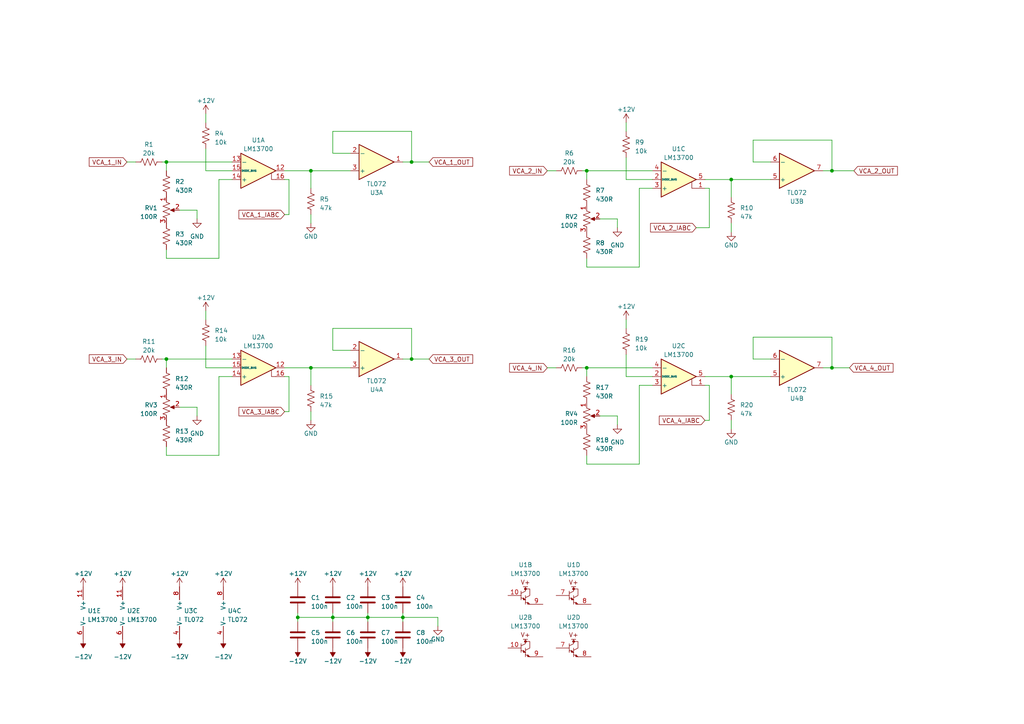
<source format=kicad_sch>
(kicad_sch (version 20230121) (generator eeschema)
  (paper "A4")
  (lib_symbols
    (symbol "Amplifier_Operational:LM13700" (pin_names (offset 0.127))
      (property "Reference" "U" (at 3.81 5.08 0))
      (property "Value" "LM13700" (at 5.08 -5.08 0))
      (symbol "LM13700_1_1"
        (polyline (pts (xy 3.81 -0.635) (xy 3.81 -2.54) (xy 5.08 -2.54)))
        (polyline (pts (xy 5.08 0) (xy -5.08 -5.08) (xy -5.08 5.08) (xy 5.08 0)) (stroke (width 0.254)) (fill (type background)))
        (pin output line (at 7.62 0 180) (length 2.54) (name "~") (number "12"))
        (pin input line (at -7.62 2.54 0) (length 2.54) (name "-") (number "13"))
        (pin input line (at -7.62 -2.54 0) (length 2.54) (name "+") (number "14"))
        (pin input line (at -7.62 0 0) (length 2.54) (name "DIODE_BIAS") (number "15"))
        (pin input line (at 7.62 -2.54 180) (length 2.54) (name "~") (number "16"))
      )
      (symbol "LM13700_2_0"
        (polyline (pts (xy -1.905 2.54) (xy -3.175 2.54)))
      )
      (symbol "LM13700_2_1"
        (circle (center -2.54 1.905) (radius 0.254) (stroke (width 0.254)) (fill (type outline)))
        (polyline (pts (xy -3.81 -0.635) (xy -2.54 -1.27)))
        (polyline (pts (xy -3.81 1.27) (xy -3.81 -1.27)))
        (polyline (pts (xy -2.54 -1.905) (xy -1.27 -2.54)))
        (polyline (pts (xy -2.54 0) (xy -2.54 -2.54)))
        (polyline (pts (xy -3.81 0.635) (xy -2.54 1.27) (xy -2.54 1.905) (xy -2.54 2.54)))
        (polyline (pts (xy -2.54 -1.27) (xy -3.175 -0.635) (xy -3.175 -1.27) (xy -2.54 -1.27)) (fill (type outline)))
        (polyline (pts (xy -2.54 -0.635) (xy -1.27 0) (xy -1.27 1.905) (xy -2.54 1.905)))
        (polyline (pts (xy -1.27 -2.54) (xy -1.905 -1.905) (xy -1.905 -2.54) (xy -1.27 -2.54)) (fill (type outline)))
        (text "V+" (at -2.54 3.81 0) (effects (font (size 1.27 1.27))))
        (pin input line (at -7.62 0 0) (length 3.81) (name "~") (number "10"))
        (pin output line (at 2.54 -2.54 180) (length 3.81) (name "~") (number "9"))
      )
      (symbol "LM13700_3_1"
        (polyline (pts (xy 3.81 -0.635) (xy 3.81 -2.54) (xy 5.08 -2.54)))
        (polyline (pts (xy 5.08 0) (xy -5.08 -5.08) (xy -5.08 5.08) (xy 5.08 0)) (stroke (width 0.254)) (fill (type background)))
        (pin input line (at 7.62 -2.54 180) (length 2.54) (name "~") (number "1"))
        (pin input line (at -7.62 0 0) (length 2.54) (name "DIODE_BIAS") (number "2"))
        (pin input line (at -7.62 -2.54 0) (length 2.54) (name "+") (number "3"))
        (pin input line (at -7.62 2.54 0) (length 2.54) (name "-") (number "4"))
        (pin output line (at 7.62 0 180) (length 2.54) (name "~") (number "5"))
      )
      (symbol "LM13700_4_0"
        (polyline (pts (xy -3.175 2.54) (xy -1.905 2.54)))
        (text "V+" (at -2.54 3.81 0) (effects (font (size 1.27 1.27))))
      )
      (symbol "LM13700_4_1"
        (circle (center -2.54 1.905) (radius 0.254) (stroke (width 0.254)) (fill (type outline)))
        (polyline (pts (xy -3.81 -0.635) (xy -2.54 -1.27)))
        (polyline (pts (xy -3.81 1.27) (xy -3.81 -1.27)))
        (polyline (pts (xy -2.54 -1.905) (xy -1.27 -2.54)))
        (polyline (pts (xy -2.54 0) (xy -2.54 -2.54)))
        (polyline (pts (xy -3.81 0.635) (xy -2.54 1.27) (xy -2.54 2.54)))
        (polyline (pts (xy -2.54 -1.27) (xy -3.175 -0.635) (xy -3.175 -1.27) (xy -2.54 -1.27)) (fill (type outline)))
        (polyline (pts (xy -2.54 -0.635) (xy -1.27 0) (xy -1.27 1.905) (xy -2.54 1.905)))
        (polyline (pts (xy -1.27 -2.54) (xy -1.905 -1.905) (xy -1.905 -2.54) (xy -1.27 -2.54)) (fill (type outline)))
        (pin input line (at -7.62 0 0) (length 3.81) (name "~") (number "7"))
        (pin output line (at 2.54 -2.54 180) (length 3.81) (name "~") (number "8"))
      )
      (symbol "LM13700_5_1"
        (pin power_in line (at -2.54 7.62 270) (length 3.81) (name "V+") (number "11"))
        (pin power_in line (at -2.54 -7.62 90) (length 3.81) (name "V-") (number "6"))
      )
    )
    (symbol "Amplifier_Operational:TL072" (pin_names (offset 0.127))
      (property "Reference" "U" (at 0 5.08 0))
      (property "Value" "TL072" (at 0 -5.08 0))
      (symbol "TL072_1_1"
        (polyline (pts (xy -5.08 5.08) (xy 5.08 0) (xy -5.08 -5.08) (xy -5.08 5.08)) (stroke (width 0.254)) (fill (type background)))
        (pin output line (at 7.62 0 180) (length 2.54) (name "~") (number "1"))
        (pin input line (at -7.62 -2.54 0) (length 2.54) (name "-") (number "2"))
        (pin input line (at -7.62 2.54 0) (length 2.54) (name "+") (number "3"))
      )
      (symbol "TL072_2_1"
        (polyline (pts (xy -5.08 5.08) (xy 5.08 0) (xy -5.08 -5.08) (xy -5.08 5.08)) (stroke (width 0.254)) (fill (type background)))
        (pin input line (at -7.62 2.54 0) (length 2.54) (name "+") (number "5"))
        (pin input line (at -7.62 -2.54 0) (length 2.54) (name "-") (number "6"))
        (pin output line (at 7.62 0 180) (length 2.54) (name "~") (number "7"))
      )
      (symbol "TL072_3_1"
        (pin power_in line (at -2.54 -7.62 90) (length 3.81) (name "V-") (number "4"))
        (pin power_in line (at -2.54 7.62 270) (length 3.81) (name "V+") (number "8"))
      )
    )
    (symbol "Device:C" (pin_numbers hide) (pin_names (offset 0.254))
      (property "Reference" "C" (at 0.635 2.54 0))
      (property "Value" "C" (at 0.635 -2.54 0))
      (symbol "C_0_1"
        (polyline (pts (xy -2.032 -0.762) (xy 2.032 -0.762)) (stroke (width 0.508)))
        (polyline (pts (xy -2.032 0.762) (xy 2.032 0.762)) (stroke (width 0.508)))
      )
      (symbol "C_1_1"
        (pin passive line (at 0 3.81 270) (length 2.794) (name "~") (number "1"))
        (pin passive line (at 0 -3.81 90) (length 2.794) (name "~") (number "2"))
      )
    )
    (symbol "Device:R_Potentiometer_US" (pin_names (offset 1.016) hide)
      (property "Reference" "RV" (at -4.445 0 90))
      (property "Value" "R_Potentiometer_US" (at -2.54 0 90))
      (symbol "R_Potentiometer_US_0_1"
        (polyline (pts (xy 0 -2.286) (xy 0 -2.54)))
        (polyline (pts (xy 0 2.54) (xy 0 2.286)))
        (polyline (pts (xy 2.54 0) (xy 1.524 0)))
        (polyline (pts (xy 1.143 0) (xy 2.286 0.508) (xy 2.286 -0.508) (xy 1.143 0)) (fill (type outline)))
        (polyline (pts (xy 0 -0.762) (xy 1.016 -1.143) (xy 0 -1.524) (xy -1.016 -1.905) (xy 0 -2.286)))
        (polyline (pts (xy 0 0.762) (xy 1.016 0.381) (xy 0 0) (xy -1.016 -0.381) (xy 0 -0.762)))
        (polyline (pts (xy 0 2.286) (xy 1.016 1.905) (xy 0 1.524) (xy -1.016 1.143) (xy 0 0.762)))
      )
      (symbol "R_Potentiometer_US_1_1"
        (pin passive line (at 0 3.81 270) (length 1.27) (name "1") (number "1"))
        (pin passive line (at 3.81 0 180) (length 1.27) (name "2") (number "2"))
        (pin passive line (at 0 -3.81 90) (length 1.27) (name "3") (number "3"))
      )
    )
    (symbol "Device:R_US" (pin_numbers hide) (pin_names (offset 0))
      (property "Reference" "R" (at 2.54 0 90))
      (property "Value" "R_US" (at -2.54 0 90))
      (symbol "R_US_0_1"
        (polyline (pts (xy 0 -2.286) (xy 0 -2.54)))
        (polyline (pts (xy 0 2.286) (xy 0 2.54)))
        (polyline (pts (xy 0 -0.762) (xy 1.016 -1.143) (xy 0 -1.524) (xy -1.016 -1.905) (xy 0 -2.286)))
        (polyline (pts (xy 0 0.762) (xy 1.016 0.381) (xy 0 0) (xy -1.016 -0.381) (xy 0 -0.762)))
        (polyline (pts (xy 0 2.286) (xy 1.016 1.905) (xy 0 1.524) (xy -1.016 1.143) (xy 0 0.762)))
      )
      (symbol "R_US_1_1"
        (pin passive line (at 0 3.81 270) (length 1.27) (name "~") (number "1"))
        (pin passive line (at 0 -3.81 90) (length 1.27) (name "~") (number "2"))
      )
    )
    (symbol "power:+12V" (power) (pin_names (offset 0))
      (property "Value" "+12V" (at 0 3.556 0))
      (symbol "+12V_0_1"
        (polyline (pts (xy -0.762 1.27) (xy 0 2.54)))
        (polyline (pts (xy 0 0) (xy 0 2.54)))
        (polyline (pts (xy 0 2.54) (xy 0.762 1.27)))
      )
      (symbol "+12V_1_1"
        (pin power_in line (at 0 0 90) (length 0) hide (name "+12V") (number "1"))
      )
    )
    (symbol "power:-12V" (power) (pin_names (offset 0))
      (property "Value" "-12V" (at 0 3.81 0))
      (symbol "-12V_0_0"
        (pin power_in line (at 0 0 90) (length 0) hide (name "-12V") (number "1"))
      )
      (symbol "-12V_0_1"
        (polyline (pts (xy 0 0) (xy 0 1.27) (xy 0.762 1.27) (xy 0 2.54) (xy -0.762 1.27) (xy 0 1.27)) (fill (type outline)))
      )
    )
    (symbol "power:GND" (power) (pin_names (offset 0))
      (property "Value" "GND" (at 0 -3.81 0))
      (symbol "GND_0_1"
        (polyline (pts (xy 0 0) (xy 0 -1.27) (xy 1.27 -1.27) (xy 0 -2.54) (xy -1.27 -1.27) (xy 0 -1.27)))
      )
      (symbol "GND_1_1"
        (pin power_in line (at 0 0 270) (length 0) hide (name "GND") (number "1"))
      )
    )
  )
  (junction (at 48.26 104.14))
  (junction (at 96.52 179.07))
  (junction (at 119.38 104.14))
  (junction (at 90.17 49.53))
  (junction (at 212.09 109.22))
  (junction (at 241.3 106.68))
  (junction (at 116.84 179.07))
  (junction (at 86.36 179.07))
  (junction (at 241.3 49.53))
  (junction (at 119.38 46.99))
  (junction (at 170.18 49.53))
  (junction (at 212.09 52.07))
  (junction (at 106.68 179.07))
  (junction (at 90.17 106.68))
  (junction (at 170.18 106.68))
  (junction (at 48.26 46.99))
  (wire (pts (xy 218.44 97.79) (xy 241.3 97.79)))
  (wire (pts (xy 158.75 49.53) (xy 161.29 49.53)))
  (wire (pts (xy 48.26 132.08) (xy 63.5 132.08)))
  (wire (pts (xy 168.91 106.68) (xy 170.18 106.68)))
  (wire (pts (xy 48.26 129.54) (xy 48.26 132.08)))
  (wire (pts (xy 96.52 101.6) (xy 96.52 95.25)))
  (wire (pts (xy 83.82 62.23) (xy 82.55 62.23)))
  (wire (pts (xy 158.75 106.68) (xy 161.29 106.68)))
  (wire (pts (xy 63.5 74.93) (xy 63.5 52.07)))
  (wire (pts (xy 170.18 134.62) (xy 185.42 134.62)))
  (wire (pts (xy 218.44 40.64) (xy 241.3 40.64)))
  (wire (pts (xy 181.61 45.72) (xy 181.61 52.07)))
  (wire (pts (xy 48.26 46.99) (xy 67.31 46.99)))
  (wire (pts (xy 170.18 49.53) (xy 170.18 52.07)))
  (wire (pts (xy 212.09 114.3) (xy 212.09 109.22)))
  (wire (pts (xy 205.74 121.92) (xy 204.47 121.92)))
  (wire (pts (xy 90.17 49.53) (xy 101.6 49.53)))
  (wire (pts (xy 223.52 46.99) (xy 218.44 46.99)))
  (wire (pts (xy 83.82 52.07) (xy 82.55 52.07)))
  (wire (pts (xy 212.09 52.07) (xy 223.52 52.07)))
  (wire (pts (xy 116.84 177.8) (xy 116.84 179.07)))
  (wire (pts (xy 179.07 63.5) (xy 179.07 66.04)))
  (wire (pts (xy 212.09 109.22) (xy 204.47 109.22)))
  (wire (pts (xy 106.68 179.07) (xy 106.68 180.34)))
  (wire (pts (xy 96.52 179.07) (xy 96.52 180.34)))
  (wire (pts (xy 90.17 106.68) (xy 101.6 106.68)))
  (wire (pts (xy 173.99 120.65) (xy 179.07 120.65)))
  (wire (pts (xy 96.52 95.25) (xy 119.38 95.25)))
  (wire (pts (xy 59.69 100.33) (xy 59.69 106.68)))
  (wire (pts (xy 212.09 52.07) (xy 204.47 52.07)))
  (wire (pts (xy 212.09 64.77) (xy 212.09 67.31)))
  (wire (pts (xy 48.26 46.99) (xy 48.26 49.53)))
  (wire (pts (xy 36.83 104.14) (xy 39.37 104.14)))
  (wire (pts (xy 106.68 179.07) (xy 116.84 179.07)))
  (wire (pts (xy 63.5 132.08) (xy 63.5 109.22)))
  (wire (pts (xy 63.5 109.22) (xy 67.31 109.22)))
  (wire (pts (xy 205.74 66.04) (xy 205.74 54.61)))
  (wire (pts (xy 48.26 72.39) (xy 48.26 74.93)))
  (wire (pts (xy 185.42 77.47) (xy 185.42 54.61)))
  (wire (pts (xy 48.26 74.93) (xy 63.5 74.93)))
  (wire (pts (xy 170.18 106.68) (xy 189.23 106.68)))
  (wire (pts (xy 127 179.07) (xy 127 181.61)))
  (wire (pts (xy 90.17 49.53) (xy 82.55 49.53)))
  (wire (pts (xy 59.69 49.53) (xy 67.31 49.53)))
  (wire (pts (xy 83.82 119.38) (xy 82.55 119.38)))
  (wire (pts (xy 57.15 118.11) (xy 57.15 120.65)))
  (wire (pts (xy 86.36 179.07) (xy 96.52 179.07)))
  (wire (pts (xy 241.3 49.53) (xy 238.76 49.53)))
  (wire (pts (xy 90.17 111.76) (xy 90.17 106.68)))
  (wire (pts (xy 90.17 106.68) (xy 82.55 106.68)))
  (wire (pts (xy 59.69 106.68) (xy 67.31 106.68)))
  (wire (pts (xy 46.99 46.99) (xy 48.26 46.99)))
  (wire (pts (xy 170.18 49.53) (xy 189.23 49.53)))
  (wire (pts (xy 106.68 177.8) (xy 106.68 179.07)))
  (wire (pts (xy 241.3 106.68) (xy 246.38 106.68)))
  (wire (pts (xy 205.74 111.76) (xy 204.47 111.76)))
  (wire (pts (xy 90.17 54.61) (xy 90.17 49.53)))
  (wire (pts (xy 46.99 104.14) (xy 48.26 104.14)))
  (wire (pts (xy 52.07 118.11) (xy 57.15 118.11)))
  (wire (pts (xy 185.42 111.76) (xy 189.23 111.76)))
  (wire (pts (xy 96.52 179.07) (xy 106.68 179.07)))
  (wire (pts (xy 63.5 52.07) (xy 67.31 52.07)))
  (wire (pts (xy 119.38 104.14) (xy 116.84 104.14)))
  (wire (pts (xy 96.52 38.1) (xy 119.38 38.1)))
  (wire (pts (xy 241.3 40.64) (xy 241.3 49.53)))
  (wire (pts (xy 173.99 63.5) (xy 179.07 63.5)))
  (wire (pts (xy 205.74 54.61) (xy 204.47 54.61)))
  (wire (pts (xy 59.69 33.02) (xy 59.69 35.56)))
  (wire (pts (xy 170.18 132.08) (xy 170.18 134.62)))
  (wire (pts (xy 205.74 111.76) (xy 205.74 121.92)))
  (wire (pts (xy 59.69 43.18) (xy 59.69 49.53)))
  (wire (pts (xy 170.18 106.68) (xy 170.18 109.22)))
  (wire (pts (xy 90.17 62.23) (xy 90.17 64.77)))
  (wire (pts (xy 201.93 66.04) (xy 205.74 66.04)))
  (wire (pts (xy 212.09 57.15) (xy 212.09 52.07)))
  (wire (pts (xy 212.09 109.22) (xy 223.52 109.22)))
  (wire (pts (xy 86.36 179.07) (xy 86.36 180.34)))
  (wire (pts (xy 119.38 46.99) (xy 116.84 46.99)))
  (wire (pts (xy 179.07 120.65) (xy 179.07 123.19)))
  (wire (pts (xy 170.18 74.93) (xy 170.18 77.47)))
  (wire (pts (xy 52.07 60.96) (xy 57.15 60.96)))
  (wire (pts (xy 119.38 104.14) (xy 124.46 104.14)))
  (wire (pts (xy 212.09 121.92) (xy 212.09 124.46)))
  (wire (pts (xy 119.38 46.99) (xy 124.46 46.99)))
  (wire (pts (xy 119.38 95.25) (xy 119.38 104.14)))
  (wire (pts (xy 90.17 119.38) (xy 90.17 121.92)))
  (wire (pts (xy 170.18 77.47) (xy 185.42 77.47)))
  (wire (pts (xy 168.91 49.53) (xy 170.18 49.53)))
  (wire (pts (xy 116.84 179.07) (xy 116.84 180.34)))
  (wire (pts (xy 181.61 35.56) (xy 181.61 38.1)))
  (wire (pts (xy 96.52 44.45) (xy 96.52 38.1)))
  (wire (pts (xy 241.3 49.53) (xy 247.65 49.53)))
  (wire (pts (xy 101.6 44.45) (xy 96.52 44.45)))
  (wire (pts (xy 119.38 38.1) (xy 119.38 46.99)))
  (wire (pts (xy 241.3 97.79) (xy 241.3 106.68)))
  (wire (pts (xy 181.61 102.87) (xy 181.61 109.22)))
  (wire (pts (xy 83.82 109.22) (xy 83.82 119.38)))
  (wire (pts (xy 185.42 54.61) (xy 189.23 54.61)))
  (wire (pts (xy 218.44 104.14) (xy 218.44 97.79)))
  (wire (pts (xy 181.61 92.71) (xy 181.61 95.25)))
  (wire (pts (xy 116.84 179.07) (xy 127 179.07)))
  (wire (pts (xy 241.3 106.68) (xy 238.76 106.68)))
  (wire (pts (xy 83.82 52.07) (xy 83.82 62.23)))
  (wire (pts (xy 181.61 52.07) (xy 189.23 52.07)))
  (wire (pts (xy 36.83 46.99) (xy 39.37 46.99)))
  (wire (pts (xy 96.52 177.8) (xy 96.52 179.07)))
  (wire (pts (xy 57.15 60.96) (xy 57.15 63.5)))
  (wire (pts (xy 48.26 104.14) (xy 48.26 106.68)))
  (wire (pts (xy 86.36 177.8) (xy 86.36 179.07)))
  (wire (pts (xy 181.61 109.22) (xy 189.23 109.22)))
  (wire (pts (xy 101.6 101.6) (xy 96.52 101.6)))
  (wire (pts (xy 48.26 104.14) (xy 67.31 104.14)))
  (wire (pts (xy 185.42 134.62) (xy 185.42 111.76)))
  (wire (pts (xy 59.69 90.17) (xy 59.69 92.71)))
  (wire (pts (xy 83.82 109.22) (xy 82.55 109.22)))
  (wire (pts (xy 218.44 46.99) (xy 218.44 40.64)))
  (wire (pts (xy 218.44 104.14) (xy 223.52 104.14)))
  (global_label "VCA_2_OUT" (shape input) (at 247.65 49.53 0) (property "Intersheetrefs" "${INTERSHEET_REFS}" (effects hide)))
  (global_label "VCA_1_OUT" (shape input) (at 124.46 46.99 0) (property "Intersheetrefs" "${INTERSHEET_REFS}" (effects hide)))
  (global_label "VCA_3_OUT" (shape input) (at 124.46 104.14 0) (property "Intersheetrefs" "${INTERSHEET_REFS}" (effects hide)))
  (global_label "VCA_4_IABC" (shape input) (at 204.47 121.92 180) (property "Intersheetrefs" "${INTERSHEET_REFS}" (effects hide)))
  (global_label "VCA_1_IN" (shape input) (at 36.83 46.99 180) (property "Intersheetrefs" "${INTERSHEET_REFS}" (effects hide)))
  (global_label "VCA_4_IN" (shape input) (at 158.75 106.68 180) (property "Intersheetrefs" "${INTERSHEET_REFS}" (effects hide)))
  (global_label "VCA_4_OUT" (shape input) (at 246.38 106.68 0) (property "Intersheetrefs" "${INTERSHEET_REFS}" (effects hide)))
  (global_label "VCA_3_IABC" (shape input) (at 82.55 119.38 180) (property "Intersheetrefs" "${INTERSHEET_REFS}" (effects hide)))
  (global_label "VCA_3_IN" (shape input) (at 36.83 104.14 180) (property "Intersheetrefs" "${INTERSHEET_REFS}" (effects hide)))
  (global_label "VCA_2_IN" (shape input) (at 158.75 49.53 180) (property "Intersheetrefs" "${INTERSHEET_REFS}" (effects hide)))
  (global_label "VCA_2_IABC" (shape input) (at 201.93 66.04 180) (property "Intersheetrefs" "${INTERSHEET_REFS}" (effects hide)))
  (global_label "VCA_1_IABC" (shape input) (at 82.55 62.23 180) (property "Intersheetrefs" "${INTERSHEET_REFS}" (effects hide)))
  (symbol (lib_id "power:-12V") (at 52.07 185.42 180) (unit 1)
    (property "Reference" "#PWR012" (effects hide))
    (property "Value" "-12V" (at 52.07 190.5 0))
    (instances (project "vca_mix" (path "" (reference "#PWR012") (unit 1)) (path "" (reference "#PWR06") (unit 1))))
  )
  (symbol (lib_id "Amplifier_Operational:LM13700") (at 74.93 49.53 0) (unit 1)
    (property "Reference" "U1" (at 74.93 40.64 0))
    (property "Value" "LM13700" (at 74.93 43.18 0))
    (property "Footprint" "Package_SO:SO-16_3.9x9.9mm_P1.27mm" (effects hide))
    (property "Datasheet" "http://www.ti.com/lit/ds/symlink/lm13700.pdf" (effects hide))
  )
  (symbol (lib_id "Device:C") (at 96.52 184.15 0) (unit 1)
    (property "Reference" "C6" (at 100.33 183.515 0) (effects (justify left)))
    (property "Value" "100n" (at 100.33 186.055 0) (effects (justify left)))
    (property "Footprint" "Capacitor_SMD:C_0805_2012Metric_Pad1.18x1.45mm_HandSolder" (effects hide))
    (instances (project "vca_mix" (path "" (reference "C6") (unit 1)) (path "" (reference "C4") (unit 1))))
  )
  (symbol (lib_id "power:-12V") (at 64.77 185.42 180) (unit 1)
    (property "Reference" "#PWR013" (effects hide))
    (property "Value" "-12V" (at 64.77 190.5 0))
    (instances (project "vca_mix" (path "" (reference "#PWR013") (unit 1)) (path "" (reference "#PWR012") (unit 1))))
  )
  (symbol (lib_id "power:+12V") (at 106.68 170.18 0) (unit 1)
    (property "Reference" "#PWR023" (effects hide))
    (property "Value" "+12V" (at 106.68 166.37 0))
    (instances (project "vca_mix" (path "" (reference "#PWR023") (unit 1)) (path "" (reference "#PWR019") (unit 1))))
  )
  (symbol (lib_id "Device:R_US") (at 212.09 60.96 180) (unit 1)
    (property "Reference" "R10" (at 214.63 60.325 0) (effects (justify right)))
    (property "Value" "47k" (at 214.63 62.865 0) (effects (justify right)))
    (property "Footprint" "Resistor_SMD:R_0805_2012Metric_Pad1.20x1.40mm_HandSolder" (effects hide))
    (instances (project "vca_mix" (path "" (reference "R10") (unit 1)) (path "" (reference "R19") (unit 1))))
  )
  (symbol (lib_id "power:+12V") (at 59.69 33.02 0) (unit 1)
    (property "Reference" "#PWR018" (effects hide))
    (property "Value" "+12V" (at 59.69 29.21 0))
    (instances (project "vca_mix" (path "" (reference "#PWR018") (unit 1)) (path "" (reference "#PWR010") (unit 1))))
  )
  (symbol (lib_id "Device:C") (at 106.68 173.99 0) (unit 1)
    (property "Reference" "C3" (at 110.49 173.355 0) (effects (justify left)))
    (property "Value" "100n" (at 110.49 175.895 0) (effects (justify left)))
    (property "Footprint" "Capacitor_SMD:C_0805_2012Metric_Pad1.18x1.45mm_HandSolder" (effects hide))
    (instances (project "vca_mix" (path "" (reference "C3") (unit 1)) (path "" (reference "C5") (unit 1))))
  )
  (symbol (lib_id "Device:R_US") (at 165.1 106.68 90) (unit 1)
    (property "Reference" "R16" (at 165.1 101.6 90))
    (property "Value" "20k" (at 165.1 104.14 90))
    (property "Footprint" "Resistor_SMD:R_0805_2012Metric_Pad1.20x1.40mm_HandSolder" (effects hide))
    (instances (project "vca_mix" (path "" (reference "R16") (unit 1)) (path "" (reference "R14") (unit 1))))
  )
  (symbol (lib_id "power:+12V") (at 96.52 170.18 0) (unit 1)
    (property "Reference" "#PWR022" (effects hide))
    (property "Value" "+12V" (at 96.52 166.37 0))
    (instances (project "vca_mix" (path "" (reference "#PWR022") (unit 1)) (path "" (reference "#PWR017") (unit 1))))
  )
  (symbol (lib_id "power:GND") (at 179.07 66.04 0) (unit 1)
    (property "Reference" "#PWR03" (effects hide))
    (property "Value" "GND" (at 179.07 71.12 0))
    (instances (project "vca_mix" (path "" (reference "#PWR03") (unit 1)) (path "" (reference "#PWR024") (unit 1))))
  )
  (symbol (lib_id "Device:C") (at 106.68 184.15 0) (unit 1)
    (property "Reference" "C7" (at 110.49 183.515 0) (effects (justify left)))
    (property "Value" "100n" (at 110.49 186.055 0) (effects (justify left)))
    (property "Footprint" "Capacitor_SMD:C_0805_2012Metric_Pad1.18x1.45mm_HandSolder" (effects hide))
    (instances (project "vca_mix" (path "" (reference "C7") (unit 1)) (path "" (reference "C6") (unit 1))))
  )
  (symbol (lib_id "Device:R_US") (at 48.26 110.49 180) (unit 1)
    (property "Reference" "R12" (at 50.8 109.855 0) (effects (justify right)))
    (property "Value" "430R" (at 50.8 112.395 0) (effects (justify right)))
    (property "Footprint" "Resistor_SMD:R_0805_2012Metric_Pad1.20x1.40mm_HandSolder" (effects hide))
    (instances (project "vca_mix" (path "" (reference "R12") (unit 1)) (path "" (reference "R3") (unit 1))))
  )
  (symbol (lib_id "Amplifier_Operational:TL072") (at 54.61 177.8 0) (unit 3)
    (property "Reference" "U3" (at 53.34 177.165 0) (effects (justify left)))
    (property "Value" "TL072" (at 53.34 179.705 0) (effects (justify left)))
    (property "Footprint" "Package_SO:SO-8_3.9x4.9mm_P1.27mm" (effects hide))
    (property "Datasheet" "http://www.ti.com/lit/ds/symlink/tl071.pdf" (effects hide))
  )
  (symbol (lib_id "power:GND") (at 90.17 121.92 0) (unit 1)
    (property "Reference" "#PWR06" (effects hide))
    (property "Value" "GND" (at 90.17 125.73 0))
    (instances (project "vca_mix" (path "" (reference "#PWR06") (unit 1)) (path "" (reference "#PWR015") (unit 1))))
  )
  (symbol (lib_id "Device:R_US") (at 212.09 118.11 180) (unit 1)
    (property "Reference" "R20" (at 214.63 117.475 0) (effects (justify right)))
    (property "Value" "47k" (at 214.63 120.015 0) (effects (justify right)))
    (property "Footprint" "Resistor_SMD:R_0805_2012Metric_Pad1.20x1.40mm_HandSolder" (effects hide))
  )
  (symbol (lib_id "Amplifier_Operational:TL072") (at 231.14 106.68 0) (mirror x) (unit 2)
    (property "Reference" "U4" (at 231.14 115.57 0))
    (property "Value" "TL072" (at 231.14 113.03 0))
    (property "Footprint" "Package_SO:SO-8_3.9x4.9mm_P1.27mm" (effects hide))
    (property "Datasheet" "http://www.ti.com/lit/ds/symlink/tl071.pdf" (effects hide))
  )
  (symbol (lib_id "power:+12V") (at 181.61 92.71 0) (unit 1)
    (property "Reference" "#PWR020" (effects hide))
    (property "Value" "+12V" (at 181.61 88.9 0))
    (instances (project "vca_mix" (path "" (reference "#PWR020") (unit 1)) (path "" (reference "#PWR027") (unit 1))))
  )
  (symbol (lib_id "Device:R_Potentiometer_US") (at 48.26 118.11 0) (unit 1)
    (property "Reference" "RV3" (at 45.72 117.475 0) (effects (justify right)))
    (property "Value" "100R" (at 45.72 120.015 0) (effects (justify right)))
    (property "Footprint" "Potentiometer_THT:Potentiometer_Bourns_3296W_Vertical" (effects hide))
    (instances (project "vca_mix" (path "" (reference "RV3") (unit 1)) (path "" (reference "RV1") (unit 1))))
  )
  (symbol (lib_id "Device:R_Potentiometer_US") (at 170.18 63.5 0) (unit 1)
    (property "Reference" "RV2" (at 167.64 62.865 0) (effects (justify right)))
    (property "Value" "100R" (at 167.64 65.405 0) (effects (justify right)))
    (property "Footprint" "Potentiometer_THT:Potentiometer_Bourns_3296W_Vertical" (effects hide))
    (instances (project "vca_mix" (path "" (reference "RV2") (unit 1)) (path "" (reference "RV3") (unit 1))))
  )
  (symbol (lib_id "power:GND") (at 212.09 67.31 0) (unit 1)
    (property "Reference" "#PWR04" (effects hide))
    (property "Value" "GND" (at 212.09 71.12 0))
    (instances (project "vca_mix" (path "" (reference "#PWR04") (unit 1)) (path "" (reference "#PWR028") (unit 1))))
  )
  (symbol (lib_id "power:GND") (at 57.15 120.65 0) (unit 1)
    (property "Reference" "#PWR05" (effects hide))
    (property "Value" "GND" (at 57.15 125.73 0))
    (instances (project "vca_mix" (path "" (reference "#PWR05") (unit 1)) (path "" (reference "#PWR07") (unit 1))))
  )
  (symbol (lib_id "Device:R_US") (at 170.18 128.27 180) (unit 1)
    (property "Reference" "R18" (at 172.72 127.635 0) (effects (justify right)))
    (property "Value" "430R" (at 172.72 130.175 0) (effects (justify right)))
    (property "Footprint" "Resistor_SMD:R_0805_2012Metric_Pad1.20x1.40mm_HandSolder" (effects hide))
    (instances (project "vca_mix" (path "" (reference "R18") (unit 1)) (path "" (reference "R17") (unit 1))))
  )
  (symbol (lib_id "Device:R_Potentiometer_US") (at 48.26 60.96 0) (unit 1)
    (property "Reference" "RV1" (at 45.72 60.325 0) (effects (justify right)))
    (property "Value" "100R" (at 45.72 62.865 0) (effects (justify right)))
    (property "Footprint" "Potentiometer_THT:Potentiometer_Bourns_3296W_Vertical" (effects hide))
    (instances (project "vca_mix" (path "" (reference "RV1") (unit 1)) (path "" (reference "RV2") (unit 1))))
  )
  (symbol (lib_id "power:+12V") (at 116.84 170.18 0) (unit 1)
    (property "Reference" "#PWR024" (effects hide))
    (property "Value" "+12V" (at 116.84 166.37 0))
    (instances (project "vca_mix" (path "" (reference "#PWR024") (unit 1)) (path "" (reference "#PWR021") (unit 1))))
  )
  (symbol (lib_id "Device:R_US") (at 181.61 99.06 180) (unit 1)
    (property "Reference" "R19" (at 184.15 98.425 0) (effects (justify right)))
    (property "Value" "10k" (at 184.15 100.965 0) (effects (justify right)))
    (property "Footprint" "Resistor_SMD:R_0805_2012Metric_Pad1.20x1.40mm_HandSolder" (effects hide))
    (instances (project "vca_mix" (path "" (reference "R19") (unit 1)) (path "" (reference "R18") (unit 1))))
  )
  (symbol (lib_id "Amplifier_Operational:LM13700") (at 196.85 109.22 0) (unit 3)
    (property "Reference" "U2" (at 196.85 100.33 0))
    (property "Value" "LM13700" (at 196.85 102.87 0))
    (property "Footprint" "Package_SO:SO-16_3.9x9.9mm_P1.27mm" (effects hide))
    (property "Datasheet" "http://www.ti.com/lit/ds/symlink/lm13700.pdf" (effects hide))
  )
  (symbol (lib_id "Amplifier_Operational:LM13700") (at 74.93 106.68 0) (unit 1)
    (property "Reference" "U2" (at 74.93 97.79 0))
    (property "Value" "LM13700" (at 74.93 100.33 0))
    (property "Footprint" "Package_SO:SO-16_3.9x9.9mm_P1.27mm" (effects hide))
    (property "Datasheet" "http://www.ti.com/lit/ds/symlink/lm13700.pdf" (effects hide))
  )
  (symbol (lib_id "Device:C") (at 96.52 173.99 0) (unit 1)
    (property "Reference" "C2" (at 100.33 173.355 0) (effects (justify left)))
    (property "Value" "100n" (at 100.33 175.895 0) (effects (justify left)))
    (property "Footprint" "Capacitor_SMD:C_0805_2012Metric_Pad1.18x1.45mm_HandSolder" (effects hide))
    (instances (project "vca_mix" (path "" (reference "C2") (unit 1)) (path "" (reference "C3") (unit 1))))
  )
  (symbol (lib_id "Device:R_Potentiometer_US") (at 170.18 120.65 0) (unit 1)
    (property "Reference" "RV4" (at 167.64 120.015 0) (effects (justify right)))
    (property "Value" "100R" (at 167.64 122.555 0) (effects (justify right)))
    (property "Footprint" "Potentiometer_THT:Potentiometer_Bourns_3296W_Vertical" (effects hide))
  )
  (symbol (lib_id "power:+12V") (at 24.13 170.18 0) (unit 1)
    (property "Reference" "#PWR09" (effects hide))
    (property "Value" "+12V" (at 24.13 166.37 0))
    (instances (project "vca_mix" (path "" (reference "#PWR09") (unit 1)) (path "" (reference "#PWR01") (unit 1))))
  )
  (symbol (lib_id "Amplifier_Operational:LM13700") (at 38.1 177.8 0) (unit 5)
    (property "Reference" "U2" (at 36.83 177.165 0) (effects (justify left)))
    (property "Value" "LM13700" (at 36.83 179.705 0) (effects (justify left)))
    (property "Footprint" "Package_SO:SO-16_3.9x9.9mm_P1.27mm" (effects hide))
    (property "Datasheet" "http://www.ti.com/lit/ds/symlink/lm13700.pdf" (effects hide))
  )
  (symbol (lib_id "power:+12V") (at 64.77 170.18 0) (unit 1)
    (property "Reference" "#PWR016" (effects hide))
    (property "Value" "+12V" (at 64.77 166.37 0))
    (instances (project "vca_mix" (path "" (reference "#PWR016") (unit 1)) (path "" (reference "#PWR011") (unit 1))))
  )
  (symbol (lib_id "power:+12V") (at 181.61 35.56 0) (unit 1)
    (property "Reference" "#PWR019" (effects hide))
    (property "Value" "+12V" (at 181.61 31.75 0))
    (instances (project "vca_mix" (path "" (reference "#PWR019") (unit 1)) (path "" (reference "#PWR025") (unit 1))))
  )
  (symbol (lib_id "Amplifier_Operational:LM13700") (at 196.85 52.07 0) (unit 3)
    (property "Reference" "U1" (at 196.85 43.18 0))
    (property "Value" "LM13700" (at 196.85 45.72 0))
    (property "Footprint" "Package_SO:SO-16_3.9x9.9mm_P1.27mm" (effects hide))
    (property "Datasheet" "http://www.ti.com/lit/ds/symlink/lm13700.pdf" (effects hide))
  )
  (symbol (lib_id "Amplifier_Operational:TL072") (at 109.22 104.14 0) (mirror x) (unit 1)
    (property "Reference" "U4" (at 109.22 113.03 0))
    (property "Value" "TL072" (at 109.22 110.49 0))
    (property "Footprint" "Package_SO:SO-8_3.9x4.9mm_P1.27mm" (effects hide))
    (property "Datasheet" "http://www.ti.com/lit/ds/symlink/tl071.pdf" (effects hide))
  )
  (symbol (lib_id "Device:R_US") (at 43.18 104.14 90) (unit 1)
    (property "Reference" "R11" (at 43.18 99.06 90))
    (property "Value" "20k" (at 43.18 101.6 90))
    (property "Footprint" "Resistor_SMD:R_0805_2012Metric_Pad1.20x1.40mm_HandSolder" (effects hide))
    (instances (project "vca_mix" (path "" (reference "R11") (unit 1)) (path "" (reference "R1") (unit 1))))
  )
  (symbol (lib_id "Amplifier_Operational:TL072") (at 67.31 177.8 0) (unit 3)
    (property "Reference" "U4" (at 66.04 177.165 0) (effects (justify left)))
    (property "Value" "TL072" (at 66.04 179.705 0) (effects (justify left)))
    (property "Footprint" "Package_SO:SO-8_3.9x4.9mm_P1.27mm" (effects hide))
    (property "Datasheet" "http://www.ti.com/lit/ds/symlink/tl071.pdf" (effects hide))
  )
  (symbol (lib_id "Device:R_US") (at 48.26 68.58 180) (unit 1)
    (property "Reference" "R3" (at 50.8 67.945 0) (effects (justify right)))
    (property "Value" "430R" (at 50.8 70.485 0) (effects (justify right)))
    (property "Footprint" "Resistor_SMD:R_0805_2012Metric_Pad1.20x1.40mm_HandSolder" (effects hide))
    (instances (project "vca_mix" (path "" (reference "R3") (unit 1)) (path "" (reference "R6") (unit 1))))
  )
  (symbol (lib_id "power:GND") (at 179.07 123.19 0) (unit 1)
    (property "Reference" "#PWR07" (effects hide))
    (property "Value" "GND" (at 179.07 128.27 0))
    (instances (project "vca_mix" (path "" (reference "#PWR07") (unit 1)) (path "" (reference "#PWR026") (unit 1))))
  )
  (symbol (lib_id "Amplifier_Operational:TL072") (at 231.14 49.53 0) (mirror x) (unit 2)
    (property "Reference" "U3" (at 231.14 58.42 0))
    (property "Value" "TL072" (at 231.14 55.88 0))
    (property "Footprint" "Package_SO:SO-8_3.9x4.9mm_P1.27mm" (effects hide))
    (property "Datasheet" "http://www.ti.com/lit/ds/symlink/tl071.pdf" (effects hide))
  )
  (symbol (lib_id "power:GND") (at 212.09 124.46 0) (unit 1)
    (property "Reference" "#PWR08" (effects hide))
    (property "Value" "GND" (at 212.09 128.27 0))
    (instances (project "vca_mix" (path "" (reference "#PWR08") (unit 1)) (path "" (reference "#PWR029") (unit 1))))
  )
  (symbol (lib_id "power:-12V") (at 86.36 187.96 180) (unit 1)
    (property "Reference" "#PWR025" (effects hide))
    (property "Value" "-12V" (at 86.36 191.77 0))
    (instances (project "vca_mix" (path "" (reference "#PWR025") (unit 1)) (path "" (reference "#PWR014") (unit 1))))
  )
  (symbol (lib_id "Device:R_US") (at 165.1 49.53 90) (unit 1)
    (property "Reference" "R6" (at 165.1 44.45 90))
    (property "Value" "20k" (at 165.1 46.99 90))
    (property "Footprint" "Resistor_SMD:R_0805_2012Metric_Pad1.20x1.40mm_HandSolder" (effects hide))
    (instances (project "vca_mix" (path "" (reference "R6") (unit 1)) (path "" (reference "R11") (unit 1))))
  )
  (symbol (lib_id "power:-12V") (at 35.56 185.42 180) (unit 1)
    (property "Reference" "#PWR011" (effects hide))
    (property "Value" "-12V" (at 35.56 190.5 0))
    (instances (project "vca_mix" (path "" (reference "#PWR011") (unit 1)) (path "" (reference "#PWR04") (unit 1))))
  )
  (symbol (lib_id "Device:R_US") (at 43.18 46.99 90) (unit 1)
    (property "Reference" "R1" (at 43.18 41.91 90))
    (property "Value" "20k" (at 43.18 44.45 90))
    (property "Footprint" "Resistor_SMD:R_0805_2012Metric_Pad1.20x1.40mm_HandSolder" (effects hide))
    (instances (project "vca_mix" (path "" (reference "R1") (unit 1)) (path "" (reference "R2") (unit 1))))
  )
  (symbol (lib_id "power:-12V") (at 116.84 187.96 180) (unit 1)
    (property "Reference" "#PWR028" (effects hide))
    (property "Value" "-12V" (at 116.84 191.77 0))
    (instances (project "vca_mix" (path "" (reference "#PWR028") (unit 1)) (path "" (reference "#PWR022") (unit 1))))
  )
  (symbol (lib_id "power:-12V") (at 96.52 187.96 180) (unit 1)
    (property "Reference" "#PWR026" (effects hide))
    (property "Value" "-12V" (at 96.52 191.77 0))
    (instances (project "vca_mix" (path "" (reference "#PWR026") (unit 1)) (path "" (reference "#PWR018") (unit 1))))
  )
  (symbol (lib_id "Device:C") (at 116.84 173.99 0) (unit 1)
    (property "Reference" "C4" (at 120.65 173.355 0) (effects (justify left)))
    (property "Value" "100n" (at 120.65 175.895 0) (effects (justify left)))
    (property "Footprint" "Capacitor_SMD:C_0805_2012Metric_Pad1.18x1.45mm_HandSolder" (effects hide))
    (instances (project "vca_mix" (path "" (reference "C4") (unit 1)) (path "" (reference "C7") (unit 1))))
  )
  (symbol (lib_id "Device:R_US") (at 90.17 58.42 180) (unit 1)
    (property "Reference" "R5" (at 92.71 57.785 0) (effects (justify right)))
    (property "Value" "47k" (at 92.71 60.325 0) (effects (justify right)))
    (property "Footprint" "Resistor_SMD:R_0805_2012Metric_Pad1.20x1.40mm_HandSolder" (effects hide))
    (instances (project "vca_mix" (path "" (reference "R5") (unit 1)) (path "" (reference "R10") (unit 1))))
  )
  (symbol (lib_id "power:GND") (at 90.17 64.77 0) (unit 1)
    (property "Reference" "#PWR02" (effects hide))
    (property "Value" "GND" (at 90.17 68.58 0))
    (instances (project "vca_mix" (path "" (reference "#PWR02") (unit 1)) (path "" (reference "#PWR016") (unit 1))))
  )
  (symbol (lib_id "Amplifier_Operational:LM13700") (at 154.94 172.72 0) (unit 2)
    (property "Reference" "U1" (at 152.4 163.83 0))
    (property "Value" "LM13700" (at 152.4 166.37 0))
    (property "Footprint" "Package_SO:SO-16_3.9x9.9mm_P1.27mm" (effects hide))
    (property "Datasheet" "http://www.ti.com/lit/ds/symlink/lm13700.pdf" (effects hide))
  )
  (symbol (lib_id "power:+12V") (at 59.69 90.17 0) (unit 1)
    (property "Reference" "#PWR017" (effects hide))
    (property "Value" "+12V" (at 59.69 86.36 0))
    (instances (project "vca_mix" (path "" (reference "#PWR017") (unit 1)) (path "" (reference "#PWR08") (unit 1))))
  )
  (symbol (lib_id "power:+12V") (at 35.56 170.18 0) (unit 1)
    (property "Reference" "#PWR014" (effects hide))
    (property "Value" "+12V" (at 35.56 166.37 0))
    (instances (project "vca_mix" (path "" (reference "#PWR014") (unit 1)) (path "" (reference "#PWR03") (unit 1))))
  )
  (symbol (lib_id "Amplifier_Operational:LM13700") (at 154.94 187.96 0) (unit 2)
    (property "Reference" "U2" (at 152.4 179.07 0))
    (property "Value" "LM13700" (at 152.4 181.61 0))
    (property "Footprint" "Package_SO:SO-16_3.9x9.9mm_P1.27mm" (effects hide))
    (property "Datasheet" "http://www.ti.com/lit/ds/symlink/lm13700.pdf" (effects hide))
  )
  (symbol (lib_id "Device:C") (at 86.36 184.15 0) (unit 1)
    (property "Reference" "C5" (at 90.17 183.515 0) (effects (justify left)))
    (property "Value" "100n" (at 90.17 186.055 0) (effects (justify left)))
    (property "Footprint" "Capacitor_SMD:C_0805_2012Metric_Pad1.18x1.45mm_HandSolder" (effects hide))
    (instances (project "vca_mix" (path "" (reference "C5") (unit 1)) (path "" (reference "C2") (unit 1))))
  )
  (symbol (lib_id "Device:R_US") (at 181.61 41.91 180) (unit 1)
    (property "Reference" "R9" (at 184.15 41.275 0) (effects (justify right)))
    (property "Value" "10k" (at 184.15 43.815 0) (effects (justify right)))
    (property "Footprint" "Resistor_SMD:R_0805_2012Metric_Pad1.20x1.40mm_HandSolder" (effects hide))
    (instances (project "vca_mix" (path "" (reference "R9") (unit 1)) (path "" (reference "R15") (unit 1))))
  )
  (symbol (lib_id "Amplifier_Operational:LM13700") (at 168.91 172.72 0) (unit 4)
    (property "Reference" "U1" (at 166.37 163.83 0))
    (property "Value" "LM13700" (at 166.37 166.37 0))
    (property "Footprint" "Package_SO:SO-16_3.9x9.9mm_P1.27mm" (effects hide))
    (property "Datasheet" "http://www.ti.com/lit/ds/symlink/lm13700.pdf" (effects hide))
  )
  (symbol (lib_id "Amplifier_Operational:LM13700") (at 168.91 187.96 0) (unit 4)
    (property "Reference" "U2" (at 166.37 179.07 0))
    (property "Value" "LM13700" (at 166.37 181.61 0))
    (property "Footprint" "Package_SO:SO-16_3.9x9.9mm_P1.27mm" (effects hide))
    (property "Datasheet" "http://www.ti.com/lit/ds/symlink/lm13700.pdf" (effects hide))
  )
  (symbol (lib_id "Device:R_US") (at 170.18 71.12 180) (unit 1)
    (property "Reference" "R8" (at 172.72 70.485 0) (effects (justify right)))
    (property "Value" "430R" (at 172.72 73.025 0) (effects (justify right)))
    (property "Footprint" "Resistor_SMD:R_0805_2012Metric_Pad1.20x1.40mm_HandSolder" (effects hide))
    (instances (project "vca_mix" (path "" (reference "R8") (unit 1)) (path "" (reference "R13") (unit 1))))
  )
  (symbol (lib_id "Device:R_US") (at 59.69 39.37 180) (unit 1)
    (property "Reference" "R4" (at 62.23 38.735 0) (effects (justify right)))
    (property "Value" "10k" (at 62.23 41.275 0) (effects (justify right)))
    (property "Footprint" "Resistor_SMD:R_0805_2012Metric_Pad1.20x1.40mm_HandSolder" (effects hide))
    (instances (project "vca_mix" (path "" (reference "R4") (unit 1)) (path "" (reference "R8") (unit 1))))
  )
  (symbol (lib_id "power:-12V") (at 106.68 187.96 180) (unit 1)
    (property "Reference" "#PWR027" (effects hide))
    (property "Value" "-12V" (at 106.68 191.77 0))
    (instances (project "vca_mix" (path "" (reference "#PWR027") (unit 1)) (path "" (reference "#PWR020") (unit 1))))
  )
  (symbol (lib_id "power:+12V") (at 86.36 170.18 0) (unit 1)
    (property "Reference" "#PWR021" (effects hide))
    (property "Value" "+12V" (at 86.36 166.37 0))
    (instances (project "vca_mix" (path "" (reference "#PWR021") (unit 1)) (path "" (reference "#PWR013") (unit 1))))
  )
  (symbol (lib_id "power:-12V") (at 24.13 185.42 180) (unit 1)
    (property "Reference" "#PWR010" (effects hide))
    (property "Value" "-12V" (at 24.13 190.5 0))
    (instances (project "vca_mix" (path "" (reference "#PWR010") (unit 1)) (path "" (reference "#PWR02") (unit 1))))
  )
  (symbol (lib_id "Device:R_US") (at 48.26 125.73 180) (unit 1)
    (property "Reference" "R13" (at 50.8 125.095 0) (effects (justify right)))
    (property "Value" "430R" (at 50.8 127.635 0) (effects (justify right)))
    (property "Footprint" "Resistor_SMD:R_0805_2012Metric_Pad1.20x1.40mm_HandSolder" (effects hide))
    (instances (project "vca_mix" (path "" (reference "R13") (unit 1)) (path "" (reference "R4") (unit 1))))
  )
  (symbol (lib_id "Device:R_US") (at 48.26 53.34 180) (unit 1)
    (property "Reference" "R2" (at 50.8 52.705 0) (effects (justify right)))
    (property "Value" "430R" (at 50.8 55.245 0) (effects (justify right)))
    (property "Footprint" "Resistor_SMD:R_0805_2012Metric_Pad1.20x1.40mm_HandSolder" (effects hide))
    (instances (project "vca_mix" (path "" (reference "R2") (unit 1)) (path "" (reference "R5") (unit 1))))
  )
  (symbol (lib_id "Device:C") (at 116.84 184.15 0) (unit 1)
    (property "Reference" "C8" (at 120.65 183.515 0) (effects (justify left)))
    (property "Value" "100n" (at 120.65 186.055 0) (effects (justify left)))
    (property "Footprint" "Capacitor_SMD:C_0805_2012Metric_Pad1.18x1.45mm_HandSolder" (effects hide))
  )
  (symbol (lib_id "Amplifier_Operational:LM13700") (at 26.67 177.8 0) (unit 5)
    (property "Reference" "U1" (at 25.4 177.165 0) (effects (justify left)))
    (property "Value" "LM13700" (at 25.4 179.705 0) (effects (justify left)))
    (property "Footprint" "Package_SO:SO-16_3.9x9.9mm_P1.27mm" (effects hide))
    (property "Datasheet" "http://www.ti.com/lit/ds/symlink/lm13700.pdf" (effects hide))
  )
  (symbol (lib_id "Device:R_US") (at 170.18 55.88 180) (unit 1)
    (property "Reference" "R7" (at 172.72 55.245 0) (effects (justify right)))
    (property "Value" "430R" (at 172.72 57.785 0) (effects (justify right)))
    (property "Footprint" "Resistor_SMD:R_0805_2012Metric_Pad1.20x1.40mm_HandSolder" (effects hide))
    (instances (project "vca_mix" (path "" (reference "R7") (unit 1)) (path "" (reference "R12") (unit 1))))
  )
  (symbol (lib_id "Device:R_US") (at 59.69 96.52 180) (unit 1)
    (property "Reference" "R14" (at 62.23 95.885 0) (effects (justify right)))
    (property "Value" "10k" (at 62.23 98.425 0) (effects (justify right)))
    (property "Footprint" "Resistor_SMD:R_0805_2012Metric_Pad1.20x1.40mm_HandSolder" (effects hide))
    (instances (project "vca_mix" (path "" (reference "R14") (unit 1)) (path "" (reference "R7") (unit 1))))
  )
  (symbol (lib_id "power:GND") (at 57.15 63.5 0) (unit 1)
    (property "Reference" "#PWR01" (effects hide))
    (property "Value" "GND" (at 57.15 68.58 0))
    (instances (project "vca_mix" (path "" (reference "#PWR01") (unit 1)) (path "" (reference "#PWR09") (unit 1))))
  )
  (symbol (lib_id "Amplifier_Operational:TL072") (at 109.22 46.99 0) (mirror x) (unit 1)
    (property "Reference" "U3" (at 109.22 55.88 0))
    (property "Value" "TL072" (at 109.22 53.34 0))
    (property "Footprint" "Package_SO:SO-8_3.9x4.9mm_P1.27mm" (effects hide))
    (property "Datasheet" "http://www.ti.com/lit/ds/symlink/tl071.pdf" (effects hide))
  )
  (symbol (lib_id "Device:C") (at 86.36 173.99 0) (unit 1)
    (property "Reference" "C1" (at 90.17 173.355 0) (effects (justify left)))
    (property "Value" "100n" (at 90.17 175.895 0) (effects (justify left)))
    (property "Footprint" "Capacitor_SMD:C_0805_2012Metric_Pad1.18x1.45mm_HandSolder" (effects hide))
  )
  (symbol (lib_id "Device:R_US") (at 90.17 115.57 180) (unit 1)
    (property "Reference" "R15" (at 92.71 114.935 0) (effects (justify right)))
    (property "Value" "47k" (at 92.71 117.475 0) (effects (justify right)))
    (property "Footprint" "Resistor_SMD:R_0805_2012Metric_Pad1.20x1.40mm_HandSolder" (effects hide))
    (instances (project "vca_mix" (path "" (reference "R15") (unit 1)) (path "" (reference "R9") (unit 1))))
  )
  (symbol (lib_id "power:GND") (at 127 181.61 0) (unit 1)
    (property "Reference" "#PWR029" (effects hide))
    (property "Value" "GND" (at 127 185.42 0))
    (instances (project "vca_mix" (path "" (reference "#PWR029") (unit 1)) (path "" (reference "#PWR023") (unit 1))))
  )
  (symbol (lib_id "Device:R_US") (at 170.18 113.03 180) (unit 1)
    (property "Reference" "R17" (at 172.72 112.395 0) (effects (justify right)))
    (property "Value" "430R" (at 172.72 114.935 0) (effects (justify right)))
    (property "Footprint" "Resistor_SMD:R_0805_2012Metric_Pad1.20x1.40mm_HandSolder" (effects hide))
    (instances (project "vca_mix" (path "" (reference "R17") (unit 1)) (path "" (reference "R16") (unit 1))))
  )
  (symbol (lib_id "power:+12V") (at 52.07 170.18 0) (unit 1)
    (property "Reference" "#PWR015" (effects hide))
    (property "Value" "+12V" (at 52.07 166.37 0))
    (instances (project "vca_mix" (path "" (reference "#PWR015") (unit 1)) (path "" (reference "#PWR05") (unit 1))))
  )
)
</source>
